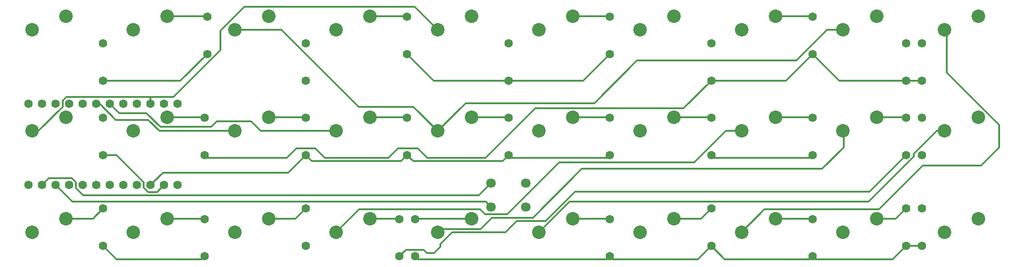
<source format=gtl>
G04 #@! TF.FileFunction,Copper,L1,Top,Signal*
%FSLAX46Y46*%
G04 Gerber Fmt 4.6, Leading zero omitted, Abs format (unit mm)*
G04 Created by KiCad (PCBNEW 4.0.7) date *
%MOMM*%
%LPD*%
G01*
G04 APERTURE LIST*
%ADD10C,2.000000*%
%ADD11C,1.600000*%
%ADD12C,2.540000*%
%ADD13C,1.800000*%
%ADD14C,0.300000*%
G04 APERTURE END LIST*
D10*
D11*
X52750000Y-81000000D03*
X52750000Y-88000000D03*
X72250000Y-76000000D03*
X72250000Y-83000000D03*
X90750000Y-81000000D03*
X90750000Y-88000000D03*
X109750000Y-76000000D03*
X109750000Y-83000000D03*
X128750000Y-81000000D03*
X128750000Y-88000000D03*
X147750000Y-76000000D03*
X147750000Y-83000000D03*
X166750000Y-81000000D03*
X166750000Y-88000000D03*
X185750000Y-76000000D03*
X185750000Y-83000000D03*
X203250000Y-81000000D03*
X203250000Y-88000000D03*
X206250000Y-81000000D03*
X206250000Y-88000000D03*
X52750000Y-95000000D03*
X52750000Y-102000000D03*
X71750000Y-95000000D03*
X71750000Y-102000000D03*
X90750000Y-95000000D03*
X90750000Y-102000000D03*
X109750000Y-95000000D03*
X109750000Y-102000000D03*
X128750000Y-95000000D03*
X128750000Y-102000000D03*
X147750000Y-95000000D03*
X147750000Y-102000000D03*
X166750000Y-95000000D03*
X166750000Y-102000000D03*
X185750000Y-95000000D03*
X185750000Y-102000000D03*
X203250000Y-95000000D03*
X203250000Y-102000000D03*
X206250000Y-95000000D03*
X206250000Y-102000000D03*
X52750000Y-112000000D03*
X52750000Y-119000000D03*
X71750000Y-114000000D03*
X71750000Y-121000000D03*
X90750000Y-112000000D03*
X90750000Y-119000000D03*
X108250000Y-114000000D03*
X108250000Y-121000000D03*
X111250000Y-114000000D03*
X111250000Y-121000000D03*
X147750000Y-114000000D03*
X147750000Y-121000000D03*
X166750000Y-112000000D03*
X166750000Y-119000000D03*
X185750000Y-114000000D03*
X185750000Y-121000000D03*
X203250000Y-112000000D03*
X203250000Y-119000000D03*
X206250000Y-112000000D03*
X206250000Y-119000000D03*
D12*
X39440000Y-78460000D03*
X45790000Y-75920000D03*
X58440000Y-78460000D03*
X64790000Y-75920000D03*
X77440000Y-78460000D03*
X83790000Y-75920000D03*
X96440000Y-78460000D03*
X102790000Y-75920000D03*
X115440000Y-78460000D03*
X121790000Y-75920000D03*
X134440000Y-78460000D03*
X140790000Y-75920000D03*
X153440000Y-78460000D03*
X159790000Y-75920000D03*
X172440000Y-78460000D03*
X178790000Y-75920000D03*
X191440000Y-78460000D03*
X197790000Y-75920000D03*
X210440000Y-78460000D03*
X216790000Y-75920000D03*
X39440000Y-97460000D03*
X45790000Y-94920000D03*
X58440000Y-97460000D03*
X64790000Y-94920000D03*
X77440000Y-97460000D03*
X83790000Y-94920000D03*
X96440000Y-97460000D03*
X102790000Y-94920000D03*
X115440000Y-97460000D03*
X121790000Y-94920000D03*
X134440000Y-97460000D03*
X140790000Y-94920000D03*
X153440000Y-97460000D03*
X159790000Y-94920000D03*
X172440000Y-97460000D03*
X178790000Y-94920000D03*
X191440000Y-97460000D03*
X197790000Y-94920000D03*
X210440000Y-97460000D03*
X216790000Y-94920000D03*
X39440000Y-116460000D03*
X45790000Y-113920000D03*
X58440000Y-116460000D03*
X64790000Y-113920000D03*
X77440000Y-116460000D03*
X83790000Y-113920000D03*
X96440000Y-116460000D03*
X102790000Y-113920000D03*
X115440000Y-116460000D03*
X121790000Y-113920000D03*
X134440000Y-116460000D03*
X140790000Y-113920000D03*
X153440000Y-116460000D03*
X159790000Y-113920000D03*
X172440000Y-116460000D03*
X178790000Y-113920000D03*
X191440000Y-116460000D03*
X197790000Y-113920000D03*
X210440000Y-116460000D03*
X216790000Y-113920000D03*
D13*
X125500000Y-107250000D03*
X125500000Y-111750000D03*
X132000000Y-111750000D03*
X132000000Y-107250000D03*
D11*
X38800000Y-92380000D03*
X41340000Y-92380000D03*
X43880000Y-92380000D03*
X46420000Y-92380000D03*
X48960000Y-92380000D03*
X51500000Y-92380000D03*
X54040000Y-92380000D03*
X56580000Y-92380000D03*
X59120000Y-92380000D03*
X61660000Y-92380000D03*
X64200000Y-92380000D03*
X66740000Y-92380000D03*
X66740000Y-107620000D03*
X64200000Y-107620000D03*
X61660000Y-107620000D03*
X59120000Y-107620000D03*
X56580000Y-107620000D03*
X54040000Y-107620000D03*
X51500000Y-107620000D03*
X48960000Y-107620000D03*
X46420000Y-107620000D03*
X43880000Y-107620000D03*
X41340000Y-107620000D03*
X38800000Y-107620000D03*
D14*
X72170000Y-75920000D02*
X72250000Y-76000000D01*
X64790000Y-75920000D02*
X72170000Y-75920000D01*
X109670000Y-75920000D02*
X109750000Y-76000000D01*
X102790000Y-75920000D02*
X109670000Y-75920000D01*
X147670000Y-75920000D02*
X147750000Y-76000000D01*
X140790000Y-75920000D02*
X147670000Y-75920000D01*
X123210100Y-109539900D02*
X125500000Y-107250000D01*
X49044500Y-109539900D02*
X123210100Y-109539900D01*
X47690000Y-108185400D02*
X49044500Y-109539900D01*
X47690000Y-107114900D02*
X47690000Y-108185400D01*
X46924800Y-106349700D02*
X47690000Y-107114900D01*
X42610300Y-106349700D02*
X46924800Y-106349700D01*
X41340000Y-107620000D02*
X42610300Y-106349700D01*
X124498000Y-110748000D02*
X125500000Y-111750000D01*
X47008000Y-110748000D02*
X124498000Y-110748000D01*
X43880000Y-107620000D02*
X47008000Y-110748000D01*
X142750000Y-88000000D02*
X128750000Y-88000000D01*
X147750000Y-83000000D02*
X142750000Y-88000000D01*
X67250000Y-88000000D02*
X52750000Y-88000000D01*
X72250000Y-83000000D02*
X67250000Y-88000000D01*
X114750000Y-88000000D02*
X128750000Y-88000000D01*
X109750000Y-83000000D02*
X114750000Y-88000000D01*
X206250000Y-88000000D02*
X203250000Y-88000000D01*
X190750000Y-88000000D02*
X185750000Y-83000000D01*
X203250000Y-88000000D02*
X190750000Y-88000000D01*
X180750000Y-88000000D02*
X166750000Y-88000000D01*
X185750000Y-83000000D02*
X180750000Y-88000000D01*
X161550400Y-93199600D02*
X166750000Y-88000000D01*
X133798000Y-93199600D02*
X161550400Y-93199600D01*
X124477200Y-102520400D02*
X133798000Y-93199600D01*
X113561800Y-102520400D02*
X124477200Y-102520400D01*
X111786000Y-100744600D02*
X113561800Y-102520400D01*
X107996800Y-100744600D02*
X111786000Y-100744600D01*
X106213000Y-102528400D02*
X107996800Y-100744600D01*
X94324200Y-102528400D02*
X106213000Y-102528400D01*
X92540400Y-100744600D02*
X94324200Y-102528400D01*
X88996800Y-100744600D02*
X92540400Y-100744600D01*
X87204500Y-102536900D02*
X88996800Y-100744600D01*
X72286900Y-102536900D02*
X87204500Y-102536900D01*
X71750000Y-102000000D02*
X72286900Y-102536900D01*
X62904900Y-108915100D02*
X64200000Y-107620000D01*
X61176400Y-108915100D02*
X62904900Y-108915100D01*
X60390000Y-108128700D02*
X61176400Y-108915100D01*
X60390000Y-107077000D02*
X60390000Y-108128700D01*
X55313000Y-102000000D02*
X60390000Y-107077000D01*
X52750000Y-102000000D02*
X55313000Y-102000000D01*
X185670000Y-75920000D02*
X185750000Y-76000000D01*
X178790000Y-75920000D02*
X185670000Y-75920000D01*
X71670000Y-94920000D02*
X71750000Y-95000000D01*
X64790000Y-94920000D02*
X71670000Y-94920000D01*
X90670000Y-94920000D02*
X90750000Y-95000000D01*
X83790000Y-94920000D02*
X90670000Y-94920000D01*
X167279500Y-102529500D02*
X166750000Y-102000000D01*
X185220500Y-102529500D02*
X167279500Y-102529500D01*
X185750000Y-102000000D02*
X185220500Y-102529500D01*
X147229500Y-102520500D02*
X147750000Y-102000000D01*
X129270500Y-102520500D02*
X147229500Y-102520500D01*
X128750000Y-102000000D02*
X129270500Y-102520500D01*
X127629200Y-103120800D02*
X128750000Y-102000000D01*
X110870800Y-103120800D02*
X127629200Y-103120800D01*
X109750000Y-102000000D02*
X110870800Y-103120800D01*
X108621200Y-103128800D02*
X109750000Y-102000000D01*
X91878800Y-103128800D02*
X108621200Y-103128800D01*
X90750000Y-102000000D02*
X91878800Y-103128800D01*
X87472000Y-105278000D02*
X90750000Y-102000000D01*
X64002000Y-105278000D02*
X87472000Y-105278000D01*
X61660000Y-107620000D02*
X64002000Y-105278000D01*
X109670000Y-94920000D02*
X109750000Y-95000000D01*
X102790000Y-94920000D02*
X109670000Y-94920000D01*
X128670000Y-94920000D02*
X128750000Y-95000000D01*
X121790000Y-94920000D02*
X128670000Y-94920000D01*
X147670000Y-94920000D02*
X147750000Y-95000000D01*
X140790000Y-94920000D02*
X147670000Y-94920000D01*
X166670000Y-94920000D02*
X166750000Y-95000000D01*
X159790000Y-94920000D02*
X166670000Y-94920000D01*
X185670000Y-94920000D02*
X185750000Y-95000000D01*
X178790000Y-94920000D02*
X185670000Y-94920000D01*
X203170000Y-94920000D02*
X203250000Y-95000000D01*
X197790000Y-94920000D02*
X203170000Y-94920000D01*
X71229500Y-121520500D02*
X71750000Y-121000000D01*
X55270500Y-121520500D02*
X71229500Y-121520500D01*
X52750000Y-119000000D02*
X55270500Y-121520500D01*
X196380600Y-108869400D02*
X203250000Y-102000000D01*
X141181500Y-108869400D02*
X196380600Y-108869400D01*
X135704800Y-114346100D02*
X141181500Y-108869400D01*
X130252900Y-114346100D02*
X135704800Y-114346100D01*
X128139000Y-116460000D02*
X130252900Y-114346100D01*
X118161900Y-116460000D02*
X128139000Y-116460000D01*
X115971100Y-118650800D02*
X118161900Y-116460000D01*
X115971100Y-119158500D02*
X115971100Y-118650800D01*
X114760700Y-120368900D02*
X115971100Y-119158500D01*
X113437200Y-120368900D02*
X114760700Y-120368900D01*
X112813900Y-119745600D02*
X113437200Y-120368900D01*
X109504400Y-119745600D02*
X112813900Y-119745600D01*
X108250000Y-121000000D02*
X109504400Y-119745600D01*
X50830000Y-113920000D02*
X52750000Y-112000000D01*
X45790000Y-113920000D02*
X50830000Y-113920000D01*
X71670000Y-113920000D02*
X71750000Y-114000000D01*
X64790000Y-113920000D02*
X71670000Y-113920000D01*
X88830000Y-113920000D02*
X90750000Y-112000000D01*
X83790000Y-113920000D02*
X88830000Y-113920000D01*
X108170000Y-113920000D02*
X108250000Y-114000000D01*
X102790000Y-113920000D02*
X108170000Y-113920000D01*
X111330000Y-113920000D02*
X111250000Y-114000000D01*
X121790000Y-113920000D02*
X111330000Y-113920000D01*
X164225300Y-121524700D02*
X166750000Y-119000000D01*
X148274700Y-121524700D02*
X164225300Y-121524700D01*
X147750000Y-121000000D02*
X148274700Y-121524700D01*
X147225400Y-121524600D02*
X147750000Y-121000000D01*
X111774600Y-121524600D02*
X147225400Y-121524600D01*
X111250000Y-121000000D02*
X111774600Y-121524600D01*
X185229500Y-121520500D02*
X185750000Y-121000000D01*
X169270500Y-121520500D02*
X185229500Y-121520500D01*
X166750000Y-119000000D02*
X169270500Y-121520500D01*
X200715100Y-121534900D02*
X203250000Y-119000000D01*
X186284900Y-121534900D02*
X200715100Y-121534900D01*
X185750000Y-121000000D02*
X186284900Y-121534900D01*
X203250000Y-119000000D02*
X206250000Y-119000000D01*
X147670000Y-113920000D02*
X147750000Y-114000000D01*
X140790000Y-113920000D02*
X147670000Y-113920000D01*
X164830000Y-113920000D02*
X166750000Y-112000000D01*
X159790000Y-113920000D02*
X164830000Y-113920000D01*
X185670000Y-113920000D02*
X185750000Y-114000000D01*
X178790000Y-113920000D02*
X185670000Y-113920000D01*
X201330000Y-113920000D02*
X203250000Y-112000000D01*
X197790000Y-113920000D02*
X201330000Y-113920000D01*
X191550900Y-97570900D02*
X191440000Y-97460000D01*
X191550900Y-100544000D02*
X191550900Y-97570900D01*
X187542600Y-104552300D02*
X191550900Y-100544000D01*
X142509900Y-104552300D02*
X187542600Y-104552300D01*
X133316500Y-113745700D02*
X142509900Y-104552300D01*
X125624300Y-113745700D02*
X133316500Y-113745700D01*
X123510400Y-115859600D02*
X125624300Y-113745700D01*
X116040400Y-115859600D02*
X123510400Y-115859600D01*
X115440000Y-116460000D02*
X116040400Y-115859600D01*
X63274600Y-97460000D02*
X77440000Y-97460000D01*
X61204700Y-95390100D02*
X63274600Y-97460000D01*
X55125700Y-95390100D02*
X61204700Y-95390100D01*
X52115600Y-92380000D02*
X55125700Y-95390100D01*
X51500000Y-92380000D02*
X52115600Y-92380000D01*
X209018600Y-97460000D02*
X210440000Y-97460000D01*
X204750000Y-101728600D02*
X209018600Y-97460000D01*
X204750000Y-102279000D02*
X204750000Y-101728600D01*
X196279400Y-110749600D02*
X204750000Y-102279000D01*
X140150400Y-110749600D02*
X196279400Y-110749600D01*
X134440000Y-116460000D02*
X140150400Y-110749600D01*
X82274600Y-97460000D02*
X96440000Y-97460000D01*
X80499700Y-95685100D02*
X82274600Y-97460000D01*
X74082600Y-95685100D02*
X80499700Y-95685100D01*
X73071800Y-96695900D02*
X74082600Y-95685100D01*
X63446000Y-96695900D02*
X73071800Y-96695900D01*
X60872300Y-94122200D02*
X63446000Y-96695900D01*
X55782200Y-94122200D02*
X60872300Y-94122200D01*
X54040000Y-92380000D02*
X55782200Y-94122200D01*
X120678900Y-92221100D02*
X115440000Y-97460000D01*
X144821400Y-92221100D02*
X120678900Y-92221100D01*
X152829000Y-84213500D02*
X144821400Y-92221100D01*
X182659200Y-84213500D02*
X152829000Y-84213500D01*
X188412700Y-78460000D02*
X182659200Y-84213500D01*
X191440000Y-78460000D02*
X188412700Y-78460000D01*
X110879500Y-92899500D02*
X115440000Y-97460000D01*
X100649500Y-92899500D02*
X110879500Y-92899500D01*
X86210000Y-78460000D02*
X100649500Y-92899500D01*
X77440000Y-78460000D02*
X86210000Y-78460000D01*
X210883900Y-78903900D02*
X210440000Y-78460000D01*
X210883900Y-86500800D02*
X210883900Y-78903900D01*
X220702500Y-96319400D02*
X210883900Y-86500800D01*
X220702500Y-100547900D02*
X220702500Y-96319400D01*
X217285500Y-103964900D02*
X220702500Y-100547900D01*
X206414700Y-103964900D02*
X217285500Y-103964900D01*
X198180000Y-112199600D02*
X206414700Y-103964900D01*
X176700400Y-112199600D02*
X198180000Y-112199600D01*
X172440000Y-116460000D02*
X176700400Y-112199600D01*
X45869700Y-91093800D02*
X61660000Y-91093800D01*
X45169600Y-91793900D02*
X45869700Y-91093800D01*
X45169600Y-92908800D02*
X45169600Y-91793900D01*
X40618400Y-97460000D02*
X45169600Y-92908800D01*
X39440000Y-97460000D02*
X40618400Y-97460000D01*
X61660000Y-92380000D02*
X61660000Y-91093800D01*
X111158400Y-74178400D02*
X115440000Y-78460000D01*
X79217100Y-74178400D02*
X111158400Y-74178400D01*
X74758000Y-78637500D02*
X79217100Y-74178400D01*
X74758000Y-82304400D02*
X74758000Y-78637500D01*
X65968600Y-91093800D02*
X74758000Y-82304400D01*
X61660000Y-91093800D02*
X65968600Y-91093800D01*
X100700400Y-112199600D02*
X96440000Y-116460000D01*
X123453600Y-112199600D02*
X100700400Y-112199600D01*
X124354400Y-113100400D02*
X123453600Y-112199600D01*
X128549400Y-113100400D02*
X124354400Y-113100400D01*
X138260900Y-103388900D02*
X128549400Y-113100400D01*
X163552100Y-103388900D02*
X138260900Y-103388900D01*
X169481000Y-97460000D02*
X163552100Y-103388900D01*
X172440000Y-97460000D02*
X169481000Y-97460000D01*
M02*

</source>
